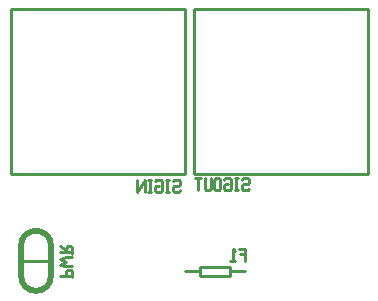
<source format=gbr>
G04 start of page 14 for group -4078 idx -4078 *
G04 Title: (unknown), bottomsilk *
G04 Creator: pcb 1.99z *
G04 CreationDate: Tue 21 Jul 2015 11:24:29 AM GMT UTC *
G04 For: david *
G04 Format: Gerber/RS-274X *
G04 PCB-Dimensions (mm): 31.75 26.42 *
G04 PCB-Coordinate-Origin: lower left *
%MOMM*%
%FSLAX43Y43*%
%LNBOTTOMSILK*%
%ADD98C,0.254*%
%ADD97C,0.508*%
G54D97*X1524Y3175D02*Y5715D01*
X4064Y3175D02*Y5715D01*
G54D98*X1524Y4445D02*X4064D01*
G54D97*X1524Y3175D02*G75*G03X4064Y3175I1270J0D01*G01*
Y5715D02*G75*G03X1524Y5715I-1270J0D01*G01*
G54D98*X19177Y3556D02*X20447D01*
X15367D02*X16637D01*
Y3962D02*X19177D01*
X16637D02*Y3150D01*
X19177D01*
Y3962D02*Y3150D01*
X15367Y25781D02*Y11811D01*
X635Y25781D02*X15367D01*
X635D02*Y11811D01*
X15367D01*
X30861Y25781D02*Y11811D01*
X16129Y25781D02*X30861D01*
X16129D02*Y11811D01*
X30861D01*
X20447Y4470D02*Y5486D01*
X19939D02*X20447D01*
X20066Y5029D02*X20447D01*
X19634Y5283D02*X19431Y5486D01*
Y4470D02*Y5486D01*
X19253Y4470D02*X19634D01*
X14478Y11303D02*X14351Y11176D01*
X14478Y11303D02*X14859D01*
X14986Y11176D02*X14859Y11303D01*
X14986Y10922D02*Y11176D01*
Y10922D02*X14859Y10795D01*
X14478D02*X14859D01*
X14478D02*X14351Y10668D01*
Y10414D02*Y10668D01*
X14478Y10287D02*X14351Y10414D01*
X14478Y10287D02*X14859D01*
X14986Y10414D02*X14859Y10287D01*
X13792Y11303D02*X14046D01*
X13919Y10287D02*Y11303D01*
X13792Y10287D02*X14046D01*
X12979Y11303D02*X12852Y11176D01*
X12979Y11303D02*X13360D01*
X13487Y11176D02*X13360Y11303D01*
X13487Y10414D02*Y11176D01*
Y10414D02*X13360Y10287D01*
X12979D02*X13360D01*
X12979D02*X12852Y10414D01*
Y10668D01*
X12979Y10795D02*X12852Y10668D01*
X12979Y10795D02*X13233D01*
X12294Y11303D02*X12548D01*
X12421Y10287D02*Y11303D01*
X12294Y10287D02*X12548D01*
X11989D02*Y11303D01*
X11354Y10287D01*
Y11303D01*
X20320Y11430D02*X20193Y11303D01*
X20320Y11430D02*X20701D01*
X20828Y11303D02*X20701Y11430D01*
X20828Y11049D02*Y11303D01*
Y11049D02*X20701Y10922D01*
X20320D02*X20701D01*
X20320D02*X20193Y10795D01*
Y10541D02*Y10795D01*
X20320Y10414D02*X20193Y10541D01*
X20320Y10414D02*X20701D01*
X20828Y10541D02*X20701Y10414D01*
X19634Y11430D02*X19888D01*
X19761Y10414D02*Y11430D01*
X19634Y10414D02*X19888D01*
X18821Y11430D02*X18694Y11303D01*
X18821Y11430D02*X19202D01*
X19329Y11303D02*X19202Y11430D01*
X19329Y10541D02*Y11303D01*
Y10541D02*X19202Y10414D01*
X18821D02*X19202D01*
X18821D02*X18694Y10541D01*
Y10795D01*
X18821Y10922D02*X18694Y10795D01*
X18821Y10922D02*X19075D01*
X18390Y10541D02*Y11303D01*
X18263Y11430D01*
X18009D02*X18263D01*
X18009D02*X17882Y11303D01*
Y10541D02*Y11303D01*
X18009Y10414D02*X17882Y10541D01*
X18009Y10414D02*X18263D01*
X18390Y10541D02*X18263Y10414D01*
X17577Y10541D02*Y11430D01*
Y10541D02*X17450Y10414D01*
X17196D02*X17450D01*
X17196D02*X17069Y10541D01*
Y11430D01*
X16256D02*X16764D01*
X16510Y10414D02*Y11430D01*
X4826Y3175D02*X5842D01*
Y3048D02*Y3556D01*
X5715Y3683D01*
X5461D02*X5715D01*
X5334Y3556D02*X5461Y3683D01*
X5334Y3175D02*Y3556D01*
Y3988D02*X5842D01*
X5334D02*X4826Y4115D01*
X5334Y4369D01*
X4826Y4623D01*
X5334Y4750D01*
X5842D01*
Y5055D02*Y5563D01*
X5715Y5690D01*
X5461D02*X5715D01*
X5334Y5563D02*X5461Y5690D01*
X5334Y5182D02*Y5563D01*
X4826Y5182D02*X5842D01*
X5334Y5385D02*X4826Y5690D01*
M02*

</source>
